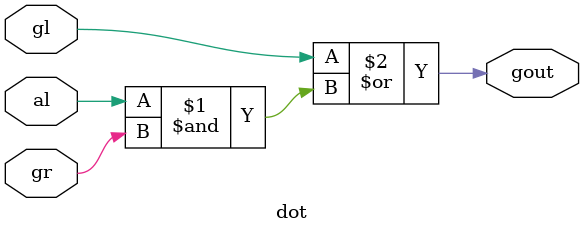
<source format=v>
module dot(gl,gr,al,gout);

output gout;
input gl,gr,al;

assign gout=gl | al&gr;
endmodule
</source>
